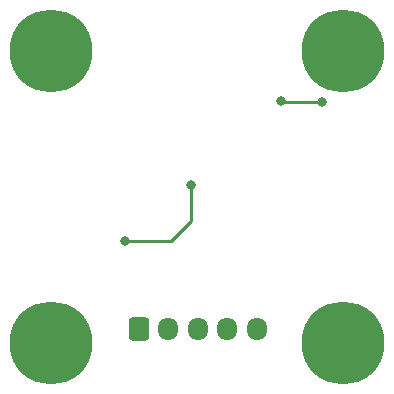
<source format=gbr>
%TF.GenerationSoftware,KiCad,Pcbnew,9.0.6*%
%TF.CreationDate,2026-02-10T23:21:07-08:00*%
%TF.ProjectId,ArmEncoderBoard,41726d45-6e63-46f6-9465-72426f617264,rev?*%
%TF.SameCoordinates,Original*%
%TF.FileFunction,Copper,L2,Bot*%
%TF.FilePolarity,Positive*%
%FSLAX46Y46*%
G04 Gerber Fmt 4.6, Leading zero omitted, Abs format (unit mm)*
G04 Created by KiCad (PCBNEW 9.0.6) date 2026-02-10 23:21:07*
%MOMM*%
%LPD*%
G01*
G04 APERTURE LIST*
G04 Aperture macros list*
%AMRoundRect*
0 Rectangle with rounded corners*
0 $1 Rounding radius*
0 $2 $3 $4 $5 $6 $7 $8 $9 X,Y pos of 4 corners*
0 Add a 4 corners polygon primitive as box body*
4,1,4,$2,$3,$4,$5,$6,$7,$8,$9,$2,$3,0*
0 Add four circle primitives for the rounded corners*
1,1,$1+$1,$2,$3*
1,1,$1+$1,$4,$5*
1,1,$1+$1,$6,$7*
1,1,$1+$1,$8,$9*
0 Add four rect primitives between the rounded corners*
20,1,$1+$1,$2,$3,$4,$5,0*
20,1,$1+$1,$4,$5,$6,$7,0*
20,1,$1+$1,$6,$7,$8,$9,0*
20,1,$1+$1,$8,$9,$2,$3,0*%
G04 Aperture macros list end*
%TA.AperFunction,ComponentPad*%
%ADD10C,7.000000*%
%TD*%
%TA.AperFunction,ComponentPad*%
%ADD11RoundRect,0.250000X-0.600000X-0.725000X0.600000X-0.725000X0.600000X0.725000X-0.600000X0.725000X0*%
%TD*%
%TA.AperFunction,ComponentPad*%
%ADD12O,1.700000X1.950000*%
%TD*%
%TA.AperFunction,ViaPad*%
%ADD13C,0.800000*%
%TD*%
%TA.AperFunction,Conductor*%
%ADD14C,0.250000*%
%TD*%
G04 APERTURE END LIST*
D10*
%TO.P,H1,1*%
%TO.N,N/C*%
X126350500Y-69675500D03*
%TD*%
%TO.P,H3,1*%
%TO.N,N/C*%
X126350500Y-94424500D03*
%TD*%
%TO.P,H4,1*%
%TO.N,N/C*%
X151099500Y-94424500D03*
%TD*%
D11*
%TO.P,J1,1,Pin_1*%
%TO.N,VIN*%
X133800000Y-93200000D03*
D12*
%TO.P,J1,2,Pin_2*%
%TO.N,CS*%
X136300000Y-93200000D03*
%TO.P,J1,3,Pin_3*%
%TO.N,SCK*%
X138800000Y-93200000D03*
%TO.P,J1,4,Pin_4*%
%TO.N,MISO*%
X141300000Y-93200000D03*
%TO.P,J1,5,Pin_5*%
%TO.N,GND*%
X143800000Y-93200000D03*
%TD*%
D10*
%TO.P,H2,1*%
%TO.N,N/C*%
X151099500Y-69675500D03*
%TD*%
D13*
%TO.N,GND*%
X149300000Y-74000000D03*
X145850000Y-73950000D03*
X132600000Y-85750000D03*
X138200000Y-81000000D03*
%TD*%
D14*
%TO.N,GND*%
X145900000Y-74000000D02*
X149300000Y-74000000D01*
X145850000Y-73950000D02*
X145900000Y-74000000D01*
X138200000Y-81000000D02*
X138200000Y-84050000D01*
X138200000Y-84050000D02*
X136500000Y-85750000D01*
X136500000Y-85750000D02*
X132600000Y-85750000D01*
%TD*%
M02*

</source>
